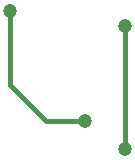
<source format=gbr>
%TF.GenerationSoftware,KiCad,Pcbnew,9.0.0*%
%TF.CreationDate,2025-04-26T00:36:11+05:30*%
%TF.ProjectId,ftdi-updi-auto-v2,66746469-2d75-4706-9469-2d6175746f2d,rev?*%
%TF.SameCoordinates,Original*%
%TF.FileFunction,Copper,L2,Bot*%
%TF.FilePolarity,Positive*%
%FSLAX46Y46*%
G04 Gerber Fmt 4.6, Leading zero omitted, Abs format (unit mm)*
G04 Created by KiCad (PCBNEW 9.0.0) date 2025-04-26 00:36:11*
%MOMM*%
%LPD*%
G01*
G04 APERTURE LIST*
%TA.AperFunction,ViaPad*%
%ADD10C,1.200000*%
%TD*%
%TA.AperFunction,Conductor*%
%ADD11C,0.400000*%
%TD*%
G04 APERTURE END LIST*
D10*
%TO.N,VCC*%
X107950000Y-67542800D03*
X107950000Y-57150000D03*
%TO.N,RX*%
X98267000Y-55811000D03*
X104631924Y-65142800D03*
%TD*%
D11*
%TO.N,VCC*%
X107950000Y-67542800D02*
X107950000Y-57150000D01*
%TO.N,RX*%
X98267000Y-62148400D02*
X98267000Y-55811000D01*
X104631924Y-65142800D02*
X101261400Y-65142800D01*
X101261400Y-65142800D02*
X98267000Y-62148400D01*
%TD*%
M02*

</source>
